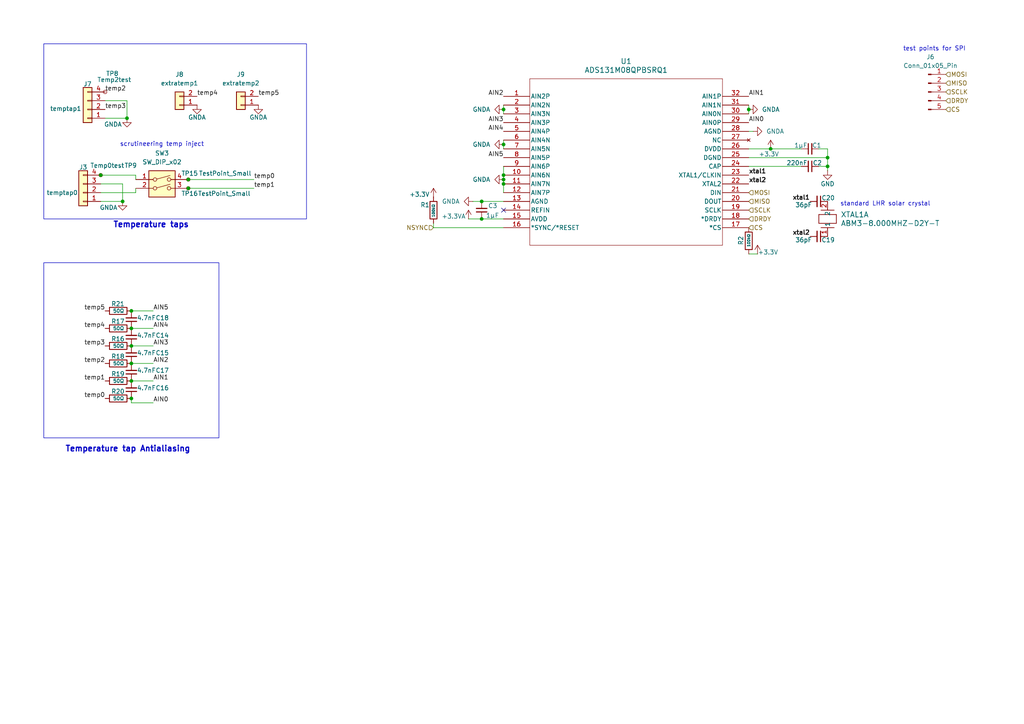
<source format=kicad_sch>
(kicad_sch (version 20231120) (generator "eeschema") (generator_version "8.0")
  (paper "A4")
  (lib_symbols
    (symbol "ABM3 - 8mhz:ABM3-8.000MHZ-D2Y-T" (pin_names (offset 0.254))
      (property "Reference" "XTAL" (at 5.08 4.445 0))
      (property "Value" "ABM3-8.000MHZ-D2Y-T" (at 5.08 -4.445 0))
      (symbol "ABM3-8.000MHZ-D2Y-T_1_1"
        (polyline (pts (xy 2.54 -1.905) (xy 2.54 1.905)) (stroke (width 0.2032)))
        (polyline (pts (xy 3.81 -2.54) (xy 3.81 2.54)) (stroke (width 0.2032)))
        (polyline (pts (xy 3.81 2.54) (xy 6.35 2.54)) (stroke (width 0.2032)))
        (polyline (pts (xy 6.35 -2.54) (xy 3.81 -2.54)) (stroke (width 0.2032)))
        (polyline (pts (xy 6.35 2.54) (xy 6.35 -2.54)) (stroke (width 0.2032)))
        (polyline (pts (xy 7.62 -1.905) (xy 7.62 1.905)) (stroke (width 0.2032)))
        (pin unspecified line (at 0 0 0) (length 2.54) (name "1") (number "1"))
        (pin unspecified line (at 10.16 0 180) (length 2.54) (name "2") (number "2"))
      )
      (symbol "ABM3-8.000MHZ-D2Y-T_1_2"
        (polyline (pts (xy -2.54 3.81) (xy -2.54 6.35)) (stroke (width 0.2032)))
        (polyline (pts (xy -2.54 6.35) (xy 2.54 6.35)) (stroke (width 0.2032)))
        (polyline (pts (xy 1.905 2.54) (xy -1.905 2.54)) (stroke (width 0.2032)))
        (polyline (pts (xy 1.905 7.62) (xy -1.905 7.62)) (stroke (width 0.2032)))
        (polyline (pts (xy 2.54 3.81) (xy -2.54 3.81)) (stroke (width 0.2032)))
        (polyline (pts (xy 2.54 6.35) (xy 2.54 3.81)) (stroke (width 0.2032)))
        (pin unspecified line (at 0 0 90) (length 2.54) (name "1") (number "1"))
        (pin unspecified line (at 0 10.16 270) (length 2.54) (name "2") (number "2"))
      )
      (symbol "ABM3-8.000MHZ-D2Y-T_2_1"
        (polyline (pts (xy -2.54 3.81) (xy -2.54 6.35)) (stroke (width 0.2032)))
        (polyline (pts (xy -2.54 6.35) (xy 2.54 6.35)) (stroke (width 0.2032)))
        (polyline (pts (xy 1.905 2.54) (xy -1.905 2.54)) (stroke (width 0.2032)))
        (polyline (pts (xy 1.905 7.62) (xy -1.905 7.62)) (stroke (width 0.2032)))
        (polyline (pts (xy 2.54 3.81) (xy -2.54 3.81)) (stroke (width 0.2032)))
        (polyline (pts (xy 2.54 6.35) (xy 2.54 3.81)) (stroke (width 0.2032)))
      )
      (symbol "ABM3-8.000MHZ-D2Y-T_2_2"
        (polyline (pts (xy -2.54 3.81) (xy -2.54 6.35)) (stroke (width 0.2032)))
        (polyline (pts (xy -2.54 6.35) (xy 2.54 6.35)) (stroke (width 0.2032)))
        (polyline (pts (xy 1.905 2.54) (xy -1.905 2.54)) (stroke (width 0.2032)))
        (polyline (pts (xy 1.905 7.62) (xy -1.905 7.62)) (stroke (width 0.2032)))
        (polyline (pts (xy 2.54 3.81) (xy -2.54 3.81)) (stroke (width 0.2032)))
        (polyline (pts (xy 2.54 6.35) (xy 2.54 3.81)) (stroke (width 0.2032)))
      )
    )
    (symbol "ADS131M08Q:ADS131M08QPBSRQ1" (pin_names (offset 0.254))
      (property "Reference" "U1" (at 35.56 10.16 0))
      (property "Value" "ADS131M08QPBSRQ1" (at 35.56 7.62 0))
      (symbol "ADS131M08QPBSRQ1_0_1"
        (polyline (pts (xy 7.62 -43.18) (xy 63.5 -43.18)) (stroke (width 0.127)))
        (polyline (pts (xy 7.62 5.08) (xy 7.62 -43.18)) (stroke (width 0.127)))
        (polyline (pts (xy 63.5 -43.18) (xy 63.5 5.08)) (stroke (width 0.127)))
        (polyline (pts (xy 63.5 5.08) (xy 7.62 5.08)) (stroke (width 0.127)))
        (pin input line (at 0 0 0) (length 7.62) (name "AIN2P") (number "1"))
        (pin input line (at 0 -22.86 0) (length 7.62) (name "AIN6N") (number "10"))
        (pin input line (at 0 -25.4 0) (length 7.62) (name "AIN7N") (number "11"))
        (pin input line (at 0 -27.94 0) (length 7.62) (name "AIN7P") (number "12"))
        (pin power_in line (at 0 -30.48 0) (length 7.62) (name "AGND") (number "13"))
        (pin power_in line (at 0 -33.02 0) (length 7.62) (name "REFIN") (number "14"))
        (pin power_in line (at 0 -35.56 0) (length 7.62) (name "AVDD") (number "15"))
        (pin input line (at 0 -38.1 0) (length 7.62) (name "*SYNC/*RESET") (number "16"))
        (pin input line (at 71.12 -38.1 180) (length 7.62) (name "*CS") (number "17"))
        (pin output line (at 71.12 -35.56 180) (length 7.62) (name "*DRDY") (number "18"))
        (pin input line (at 71.12 -33.02 180) (length 7.62) (name "SCLK") (number "19"))
        (pin input line (at 0 -2.54 0) (length 7.62) (name "AIN2N") (number "2"))
        (pin output line (at 71.12 -30.48 180) (length 7.62) (name "DOUT") (number "20"))
        (pin input line (at 71.12 -27.94 180) (length 7.62) (name "DIN") (number "21"))
        (pin output line (at 71.12 -25.4 180) (length 7.62) (name "XTAL2") (number "22"))
        (pin input line (at 71.12 -22.86 180) (length 7.62) (name "XTAL1/CLKIN") (number "23"))
        (pin output line (at 71.12 -20.32 180) (length 7.62) (name "CAP") (number "24"))
        (pin power_in line (at 71.12 -17.78 180) (length 7.62) (name "DGND") (number "25"))
        (pin power_in line (at 71.12 -15.24 180) (length 7.62) (name "DVDD") (number "26"))
        (pin no_connect line (at 71.12 -12.7 180) (length 7.62) (name "NC") (number "27"))
        (pin power_out line (at 71.12 -10.16 180) (length 7.62) (name "AGND") (number "28"))
        (pin input line (at 71.12 -7.62 180) (length 7.62) (name "AIN0P") (number "29"))
        (pin input line (at 0 -5.08 0) (length 7.62) (name "AIN3N") (number "3"))
        (pin input line (at 71.12 -5.08 180) (length 7.62) (name "AIN0N") (number "30"))
        (pin input line (at 71.12 -2.54 180) (length 7.62) (name "AIN1N") (number "31"))
        (pin input line (at 71.12 0 180) (length 7.62) (name "AIN1P") (number "32"))
        (pin input line (at 0 -7.62 0) (length 7.62) (name "AIN3P") (number "4"))
        (pin input line (at 0 -10.16 0) (length 7.62) (name "AIN4P") (number "5"))
        (pin input line (at 0 -12.7 0) (length 7.62) (name "AIN4N") (number "6"))
        (pin input line (at 0 -15.24 0) (length 7.62) (name "AIN5N") (number "7"))
        (pin input line (at 0 -17.78 0) (length 7.62) (name "AIN5P") (number "8"))
        (pin input line (at 0 -20.32 0) (length 7.62) (name "AIN6P") (number "9"))
      )
    )
    (symbol "Connector:Conn_01x05_Pin" (pin_names (offset 1.016) hide)
      (property "Reference" "J" (at 0 7.62 0))
      (property "Value" "Conn_01x05_Pin" (at 0 -7.62 0))
      (symbol "Conn_01x05_Pin_1_1"
        (polyline (pts (xy 1.27 -5.08) (xy 0.8636 -5.08)) (stroke (width 0.1524)))
        (polyline (pts (xy 1.27 -2.54) (xy 0.8636 -2.54)) (stroke (width 0.1524)))
        (polyline (pts (xy 1.27 0) (xy 0.8636 0)) (stroke (width 0.1524)))
        (polyline (pts (xy 1.27 2.54) (xy 0.8636 2.54)) (stroke (width 0.1524)))
        (polyline (pts (xy 1.27 5.08) (xy 0.8636 5.08)) (stroke (width 0.1524)))
        (rectangle (start 0.8636 -4.953) (end 0 -5.207) (stroke (width 0.1524)) (fill (type outline)))
        (rectangle (start 0.8636 -2.413) (end 0 -2.667) (stroke (width 0.1524)) (fill (type outline)))
        (rectangle (start 0.8636 0.127) (end 0 -0.127) (stroke (width 0.1524)) (fill (type outline)))
        (rectangle (start 0.8636 2.667) (end 0 2.413) (stroke (width 0.1524)) (fill (type outline)))
        (rectangle (start 0.8636 5.207) (end 0 4.953) (stroke (width 0.1524)) (fill (type outline)))
        (pin passive line (at 5.08 5.08 180) (length 3.81) (name "Pin_1") (number "1"))
        (pin passive line (at 5.08 2.54 180) (length 3.81) (name "Pin_2") (number "2"))
        (pin passive line (at 5.08 0 180) (length 3.81) (name "Pin_3") (number "3"))
        (pin passive line (at 5.08 -2.54 180) (length 3.81) (name "Pin_4") (number "4"))
        (pin passive line (at 5.08 -5.08 180) (length 3.81) (name "Pin_5") (number "5"))
      )
    )
    (symbol "Connector:TestPoint_Small" (pin_numbers hide) (pin_names (offset 0.762) hide)
      (property "Reference" "TP" (at 0 3.81 0))
      (property "Value" "TestPoint_Small" (at 0 2.032 0))
      (symbol "TestPoint_Small_0_1"
        (circle (center 0 0) (radius 0.508))
      )
      (symbol "TestPoint_Small_1_1"
        (pin passive line (at 0 0 90) (length 0) (name "1") (number "1"))
      )
    )
    (symbol "Connector_Generic:Conn_01x02" (pin_names (offset 1.016) hide)
      (property "Reference" "J" (at 0 2.54 0))
      (property "Value" "Conn_01x02" (at 0 -5.08 0))
      (symbol "Conn_01x02_1_1"
        (rectangle (start -1.27 -2.413) (end 0 -2.667) (stroke (width 0.1524)))
        (rectangle (start -1.27 0.127) (end 0 -0.127) (stroke (width 0.1524)))
        (rectangle (start -1.27 1.27) (end 1.27 -3.81) (stroke (width 0.254)) (fill (type background)))
        (pin passive line (at -5.08 0 0) (length 3.81) (name "Pin_1") (number "1"))
        (pin passive line (at -5.08 -2.54 0) (length 3.81) (name "Pin_2") (number "2"))
      )
    )
    (symbol "Connector_Generic:Conn_01x04" (pin_names (offset 1.016) hide)
      (property "Reference" "J" (at 0 5.08 0))
      (property "Value" "Conn_01x04" (at 0 -7.62 0))
      (symbol "Conn_01x04_1_1"
        (rectangle (start -1.27 -4.953) (end 0 -5.207) (stroke (width 0.1524)))
        (rectangle (start -1.27 -2.413) (end 0 -2.667) (stroke (width 0.1524)))
        (rectangle (start -1.27 0.127) (end 0 -0.127) (stroke (width 0.1524)))
        (rectangle (start -1.27 2.667) (end 0 2.413) (stroke (width 0.1524)))
        (rectangle (start -1.27 3.81) (end 1.27 -6.35) (stroke (width 0.254)) (fill (type background)))
        (pin passive line (at -5.08 2.54 0) (length 3.81) (name "Pin_1") (number "1"))
        (pin passive line (at -5.08 0 0) (length 3.81) (name "Pin_2") (number "2"))
        (pin passive line (at -5.08 -2.54 0) (length 3.81) (name "Pin_3") (number "3"))
        (pin passive line (at -5.08 -5.08 0) (length 3.81) (name "Pin_4") (number "4"))
      )
    )
    (symbol "Device:C_Small" (pin_numbers hide) (pin_names (offset 0.254) hide)
      (property "Reference" "C" (at 0.254 1.778 0))
      (property "Value" "C_Small" (at 0.254 -2.032 0))
      (symbol "C_Small_0_1"
        (polyline (pts (xy -1.524 -0.508) (xy 1.524 -0.508)) (stroke (width 0.3302)))
        (polyline (pts (xy -1.524 0.508) (xy 1.524 0.508)) (stroke (width 0.3048)))
      )
      (symbol "C_Small_1_1"
        (pin passive line (at 0 2.54 270) (length 2.032) (name "~") (number "1"))
        (pin passive line (at 0 -2.54 90) (length 2.032) (name "~") (number "2"))
      )
    )
    (symbol "Device:R" (pin_numbers hide) (pin_names (offset 0))
      (property "Reference" "R" (at 2.032 0 90))
      (property "Value" "R" (at 0 0 90))
      (symbol "R_0_1"
        (rectangle (start -1.016 -2.54) (end 1.016 2.54) (stroke (width 0.254)))
      )
      (symbol "R_1_1"
        (pin passive line (at 0 3.81 270) (length 1.27) (name "~") (number "1"))
        (pin passive line (at 0 -3.81 90) (length 1.27) (name "~") (number "2"))
      )
    )
    (symbol "Switch:SW_DIP_x02" (pin_names (offset 0) hide)
      (property "Reference" "SW" (at 0 6.35 0))
      (property "Value" "SW_DIP_x02" (at 0 -3.81 0))
      (symbol "SW_DIP_x02_0_0"
        (circle (center -2.032 0) (radius 0.508))
        (circle (center -2.032 2.54) (radius 0.508))
        (polyline (pts (xy -1.524 0.127) (xy 2.3622 1.1684)))
        (polyline (pts (xy -1.524 2.667) (xy 2.3622 3.7084)))
        (circle (center 2.032 0) (radius 0.508))
        (circle (center 2.032 2.54) (radius 0.508))
      )
      (symbol "SW_DIP_x02_0_1"
        (rectangle (start -3.81 5.08) (end 3.81 -2.54) (stroke (width 0.254)) (fill (type background)))
      )
      (symbol "SW_DIP_x02_1_1"
        (pin passive line (at -7.62 2.54 0) (length 5.08) (name "~") (number "1"))
        (pin passive line (at -7.62 0 0) (length 5.08) (name "~") (number "2"))
        (pin passive line (at 7.62 0 180) (length 5.08) (name "~") (number "3"))
        (pin passive line (at 7.62 2.54 180) (length 5.08) (name "~") (number "4"))
      )
    )
    (symbol "power:+3.3V" (power) (pin_numbers hide) (pin_names (offset 0) hide)
      (property "Value" "+3.3V" (at 0 3.556 0))
      (symbol "+3.3V_0_1"
        (polyline (pts (xy -0.762 1.27) (xy 0 2.54)))
        (polyline (pts (xy 0 0) (xy 0 2.54)))
        (polyline (pts (xy 0 2.54) (xy 0.762 1.27)))
      )
      (symbol "+3.3V_1_1"
        (pin power_in line (at 0 0 90) (length 0) (name "~") (number "1"))
      )
    )
    (symbol "power:+3.3VA" (power) (pin_numbers hide) (pin_names (offset 0) hide)
      (property "Value" "+3.3VA" (at 0 3.556 0))
      (symbol "+3.3VA_0_1"
        (polyline (pts (xy -0.762 1.27) (xy 0 2.54)))
        (polyline (pts (xy 0 0) (xy 0 2.54)))
        (polyline (pts (xy 0 2.54) (xy 0.762 1.27)))
      )
      (symbol "+3.3VA_1_1"
        (pin power_in line (at 0 0 90) (length 0) (name "~") (number "1"))
      )
    )
    (symbol "power:GND" (power) (pin_numbers hide) (pin_names (offset 0) hide)
      (property "Value" "GND" (at 0 -3.81 0))
      (symbol "GND_0_1"
        (polyline (pts (xy 0 0) (xy 0 -1.27) (xy 1.27 -1.27) (xy 0 -2.54) (xy -1.27 -1.27) (xy 0 -1.27)))
      )
      (symbol "GND_1_1"
        (pin power_in line (at 0 0 270) (length 0) (name "~") (number "1"))
      )
    )
    (symbol "power:GNDA" (power) (pin_numbers hide) (pin_names (offset 0) hide)
      (property "Value" "GNDA" (at 0 -3.81 0))
      (symbol "GNDA_0_1"
        (polyline (pts (xy 0 0) (xy 0 -1.27) (xy 1.27 -1.27) (xy 0 -2.54) (xy -1.27 -1.27) (xy 0 -1.27)))
      )
      (symbol "GNDA_1_1"
        (pin power_in line (at 0 0 270) (length 0) (name "~") (number "1"))
      )
    )
  )
  (junction (at 139.7 63.5))
  (junction (at 54.61 54.61))
  (junction (at 29.21 50.8))
  (junction (at 240.03 45.72))
  (junction (at 217.17 31.75))
  (junction (at 139.7 58.42))
  (junction (at 146.05 31.75))
  (junction (at 54.61 52.07))
  (junction (at 146.05 52.07))
  (junction (at 146.05 50.8))
  (junction (at 146.05 53.34))
  (junction (at 38.1 105.41))
  (junction (at 38.1 110.49))
  (junction (at 36.83 34.29))
  (junction (at 223.52 43.18))
  (junction (at 38.1 95.25))
  (junction (at 38.1 100.33))
  (junction (at 35.56 58.42))
  (junction (at 240.03 48.26))
  (junction (at 38.1 90.17))
  (junction (at 38.1 115.57))
  (junction (at 146.05 41.91))
  (no_connect (at 146.05 60.96))
  (wire (pts (xy 146.05 41.91) (xy 146.05 43.18)))
  (wire (pts (xy 240.03 48.26) (xy 240.03 45.72)))
  (wire (pts (xy 38.1 116.84) (xy 38.1 115.57)))
  (wire (pts (xy 44.45 90.17) (xy 38.1 90.17)))
  (wire (pts (xy 217.17 31.75) (xy 217.17 33.02)))
  (wire (pts (xy 146.05 53.34) (xy 146.05 55.88)))
  (wire (pts (xy 240.03 49.53) (xy 240.03 48.26)))
  (wire (pts (xy 146.05 40.64) (xy 146.05 41.91)))
  (wire (pts (xy 29.21 58.42) (xy 35.56 58.42)))
  (wire (pts (xy 232.41 48.26) (xy 217.17 48.26)))
  (wire (pts (xy 146.05 48.26) (xy 146.05 50.8)))
  (wire (pts (xy 223.52 43.18) (xy 232.41 43.18)))
  (wire (pts (xy 146.05 52.07) (xy 146.05 53.34)))
  (wire (pts (xy 36.83 34.29) (xy 36.83 29.21)))
  (wire (pts (xy 146.05 30.48) (xy 146.05 31.75)))
  (wire (pts (xy 237.49 48.26) (xy 240.03 48.26)))
  (wire (pts (xy 44.45 95.25) (xy 38.1 95.25)))
  (wire (pts (xy 217.17 43.18) (xy 223.52 43.18)))
  (wire (pts (xy 139.7 63.5) (xy 146.05 63.5)))
  (wire (pts (xy 39.37 55.88) (xy 39.37 54.61)))
  (wire (pts (xy 217.17 30.48) (xy 217.17 31.75)))
  (wire (pts (xy 44.45 110.49) (xy 38.1 110.49)))
  (wire (pts (xy 36.83 34.29) (xy 30.48 34.29)))
  (wire (pts (xy 44.45 105.41) (xy 38.1 105.41)))
  (wire (pts (xy 125.73 66.04) (xy 146.05 66.04)))
  (wire (pts (xy 36.83 29.21) (xy 30.48 29.21)))
  (wire (pts (xy 137.16 58.42) (xy 139.7 58.42)))
  (wire (pts (xy 240.03 43.18) (xy 237.49 43.18)))
  (wire (pts (xy 139.7 58.42) (xy 146.05 58.42)))
  (wire (pts (xy 35.56 53.34) (xy 35.56 58.42)))
  (wire (pts (xy 44.45 116.84) (xy 38.1 116.84)))
  (wire (pts (xy 29.21 53.34) (xy 35.56 53.34)))
  (wire (pts (xy 73.66 52.07) (xy 54.61 52.07)))
  (wire (pts (xy 240.03 45.72) (xy 240.03 43.18)))
  (wire (pts (xy 146.05 50.8) (xy 146.05 52.07)))
  (wire (pts (xy 125.73 64.77) (xy 125.73 66.04)))
  (wire (pts (xy 219.71 73.66) (xy 217.17 73.66)))
  (wire (pts (xy 39.37 50.8) (xy 29.21 50.8)))
  (wire (pts (xy 44.45 100.33) (xy 38.1 100.33)))
  (wire (pts (xy 146.05 31.75) (xy 146.05 33.02)))
  (wire (pts (xy 39.37 52.07) (xy 39.37 50.8)))
  (wire (pts (xy 217.17 45.72) (xy 240.03 45.72)))
  (wire (pts (xy 135.89 63.5) (xy 139.7 63.5)))
  (wire (pts (xy 218.44 38.1) (xy 217.17 38.1)))
  (wire (pts (xy 29.21 55.88) (xy 39.37 55.88)))
  (wire (pts (xy 73.66 54.61) (xy 54.61 54.61)))
  (rectangle (start 12.7 12.7) (end 88.9 63.5))
  (rectangle (start 12.7 76.2) (end 63.5 127))
  (text "Temperature tap Antialiasing\n" (at 37.084 130.302 0) (effects (font (size 1.651 1.651) (thickness 0.3302) (bold yes))))
  (text "Temperature taps " (at 44.45 65.278 0) (effects (font (size 1.651 1.651) (thickness 0.3302) (bold yes))))
  (text "standard LHR solar crystal" (at 256.794 59.182 0) (effects (font (size 1.27 1.27))))
  (text "test points for SPI\n" (at 271.018 14.224 0) (effects (font (size 1.27 1.27))))
  (text "scrutineering temp inject\n" (at 46.99 41.91 0) (effects (font (size 1.27 1.27))))
  (label "temp1" (at 73.66 54.61 0))
  (label "AIN1" (at 44.45 110.49 0))
  (label "AIN2" (at 44.45 105.41 0))
  (label "AIN3" (at 146.05 35.56 180))
  (label "temp3" (at 30.48 100.33 180))
  (label "AIN1" (at 217.17 27.94 0))
  (label "xtal2" (at 234.95 68.58 180) (effects (font (thickness 0.254) (bold yes))))
  (label "temp0" (at 30.48 115.57 180))
  (label "temp3" (at 30.48 31.75 0))
  (label "AIN0" (at 44.45 116.84 0))
  (label "temp5" (at 30.48 90.17 180))
  (label "AIN4" (at 44.45 95.25 0))
  (label "temp0" (at 73.66 52.07 0))
  (label "xtal2" (at 217.17 53.34 0) (effects (font (thickness 0.254) (bold yes))))
  (label "AIN2" (at 146.05 27.94 180))
  (label "AIN5" (at 44.45 90.17 0) (effects (font (thickness 0.1588))))
  (label "AIN4" (at 146.05 38.1 180))
  (label "temp4" (at 30.48 95.25 180))
  (label "temp5" (at 74.93 27.94 0))
  (label "AIN0" (at 217.17 35.56 0))
  (label "temp1" (at 30.48 110.49 180))
  (label "xtal1" (at 234.95 58.42 180) (effects (font (thickness 0.254) (bold yes))))
  (label "temp2" (at 30.48 26.67 0))
  (label "AIN3" (at 44.45 100.33 0))
  (label "temp4" (at 57.15 27.94 0))
  (label "xtal1" (at 217.17 50.8 0) (effects (font (thickness 0.254) (bold yes))))
  (label "temp2" (at 30.48 105.41 180))
  (label "AIN5" (at 146.05 45.72 180))
  (hierarchical_label "SCLK" (shape input) (at 274.32 26.67 0))
  (hierarchical_label "MOSI" (shape input) (at 217.17 55.88 0))
  (hierarchical_label "DRDY" (shape input) (at 274.32 29.21 0))
  (hierarchical_label "CS" (shape input) (at 274.32 31.75 0))
  (hierarchical_label "NSYNC" (shape input) (at 125.73 66.04 180))
  (hierarchical_label "MISO" (shape input) (at 274.32 24.13 0))
  (hierarchical_label "DRDY" (shape input) (at 217.17 63.5 0))
  (hierarchical_label "CS" (shape input) (at 217.17 66.04 0))
  (hierarchical_label "MOSI" (shape input) (at 274.32 21.59 0))
  (hierarchical_label "MISO" (shape input) (at 217.17 58.42 0))
  (hierarchical_label "SCLK" (shape input) (at 217.17 60.96 0))
  (symbol (lib_id "power:+3.3V") (at 125.73 57.15 0) (unit 1)
    (property "Reference" "#PWR010" (effects (hide yes)))
    (property "Value" "+3.3V" (at 121.666 56.388 0))
    (property "Description" "Power symbol creates a global label with name \"+3.3V\"" (effects (hide yes)))
  )
  (symbol (lib_id "power:GNDA") (at 36.83 34.29 0) (unit 1)
    (property "Reference" "#PWR042" (effects (hide yes)))
    (property "Value" "GNDA" (at 32.766 36.068 0))
    (property "Description" "Power symbol creates a global label with name \"GNDA\" , analog ground" (effects (hide yes)))
  )
  (symbol (lib_id "Device:C_Small") (at 38.1 97.79 180) (unit 1)
    (property "Reference" "C14" (at 49.022 97.282 0) (effects (justify left)))
    (property "Value" "4.7nF" (at 45.212 97.282 0) (effects (justify left)))
    (property "Footprint" "Capacitor_SMD:C_0805_2012Metric" (effects (hide yes)))
    (property "Description" "Unpolarized capacitor, small symbol" (effects (hide yes)))
  )
  (symbol (lib_id "Device:C_Small") (at 237.49 68.58 270) (unit 1)
    (property "Reference" "C19" (at 238.252 69.596 90) (effects (justify left)))
    (property "Value" "36pF" (at 230.632 69.596 90) (effects (justify left)))
    (property "Footprint" "Capacitor_SMD:C_0805_2012Metric" (effects (hide yes)))
    (property "Description" "Unpolarized capacitor, small symbol" (effects (hide yes)))
  )
  (symbol (lib_id "power:+3.3V") (at 223.52 43.18 0) (unit 1)
    (property "Reference" "#PWR03" (effects (hide yes)))
    (property "Value" "+3.3V" (at 223.012 44.704 0))
    (property "Description" "Power symbol creates a global label with name \"+3.3V\"" (effects (hide yes)))
  )
  (symbol (lib_id "Device:R") (at 125.73 60.96 0) (unit 1)
    (property "Reference" "R1" (at 121.92 59.436 0) (effects (justify left)))
    (property "Value" "100kΩ" (at 125.73 62.992 90) (effects (font (size 0.762 0.762)) (justify left)))
    (property "Footprint" "Resistor_SMD:R_0805_2012Metric" (effects (hide yes)))
    (property "Description" "Resistor" (effects (hide yes)))
  )
  (symbol (lib_id "Connector:Conn_01x05_Pin") (at 269.24 26.67 0) (unit 1)
    (property "Reference" "J6" (at 269.875 16.51 0))
    (property "Value" "Conn_01x05_Pin" (at 269.875 19.05 0))
    (property "Description" "Generic connector, single row, 01x05, script generated" (effects (hide yes)))
  )
  (symbol (lib_id "power:GNDA") (at 35.56 58.42 0) (unit 1)
    (property "Reference" "#PWR041" (effects (hide yes)))
    (property "Value" "GNDA" (at 31.496 60.198 0))
    (property "Description" "Power symbol creates a global label with name \"GNDA\" , analog ground" (effects (hide yes)))
  )
  (symbol (lib_id "Device:C_Small") (at 139.7 60.96 180) (unit 1)
    (property "Reference" "C3" (at 144.272 59.69 0) (effects (justify left)))
    (property "Value" "1μF" (at 144.78 62.484 0) (effects (justify left)))
    (property "Footprint" "Capacitor_SMD:C_0805_2012Metric" (effects (hide yes)))
    (property "Description" "Unpolarized capacitor, small symbol" (effects (hide yes)))
  )
  (symbol (lib_id "Device:C_Small") (at 38.1 92.71 180) (unit 1)
    (property "Reference" "C18" (at 49.022 92.202 0) (effects (justify left)))
    (property "Value" "4.7nF" (at 45.212 92.202 0) (effects (justify left)))
    (property "Footprint" "Capacitor_SMD:C_0805_2012Metric" (effects (hide yes)))
    (property "Description" "Unpolarized capacitor, small symbol" (effects (hide yes)))
  )
  (symbol (lib_id "Connector:TestPoint_Small") (at 29.21 50.8 0) (unit 1)
    (property "Reference" "TP9" (at 36.068 48.006 0) (effects (justify left)))
    (property "Value" "Temp0test" (at 26.162 48.006 0) (effects (justify left)))
    (property "Description" "test point" (effects (hide yes)))
  )
  (symbol (lib_id "Device:R") (at 34.29 115.57 270) (unit 1)
    (property "Reference" "R20" (at 32.258 113.538 90) (effects (justify left)))
    (property "Value" "50Ω" (at 32.766 115.57 90) (effects (font (size 1.016 1.016)) (justify left)))
    (property "Footprint" "Resistor_SMD:R_0805_2012Metric" (effects (hide yes)))
    (property "Description" "Resistor" (effects (hide yes)))
  )
  (symbol (lib_id "power:+3.3V") (at 219.71 73.66 0) (unit 1)
    (property "Reference" "#PWR011" (effects (hide yes)))
    (property "Value" "+3.3V" (at 222.758 73.152 0))
    (property "Description" "Power symbol creates a global label with name \"+3.3V\"" (effects (hide yes)))
  )
  (symbol (lib_id "Device:C_Small") (at 38.1 113.03 180) (unit 1)
    (property "Reference" "C16" (at 49.022 112.522 0) (effects (justify left)))
    (property "Value" "4.7nF" (at 45.212 112.522 0) (effects (justify left)))
    (property "Footprint" "Capacitor_SMD:C_0805_2012Metric" (effects (hide yes)))
    (property "Description" "Unpolarized capacitor, small symbol" (effects (hide yes)))
  )
  (symbol (lib_id "power:GNDA") (at 137.16 58.42 270) (unit 1)
    (property "Reference" "#PWR05" (effects (hide yes)))
    (property "Value" "GNDA" (at 133.35 58.4199 90) (effects (justify right)))
    (property "Description" "Power symbol creates a global label with name \"GNDA\" , analog ground" (effects (hide yes)))
  )
  (symbol (lib_id "Device:C_Small") (at 234.95 43.18 90) (unit 1)
    (property "Reference" "C1" (at 238.252 42.164 90) (effects (justify left)))
    (property "Value" "1μF" (at 234.188 42.164 90) (effects (justify left)))
    (property "Footprint" "Capacitor_SMD:C_0805_2012Metric" (effects (hide yes)))
    (property "Description" "Unpolarized capacitor, small symbol" (effects (hide yes)))
  )
  (symbol (lib_id "Connector_Generic:Conn_01x02") (at 52.07 30.48 180) (unit 1)
    (property "Reference" "J8" (at 52.07 21.59 0))
    (property "Value" "extratemp1" (at 52.07 24.13 0))
    (property "Footprint" "Connector_Molex:Molex_Nano-Fit_105313-xx02_1x02_P2.50mm_Horizontal" (effects (hide yes)))
    (property "Description" "Generic connector, single row, 01x02, script generated (kicad-library-utils/schlib/autogen/connector/)" (effects (hide yes)))
  )
  (symbol (lib_id "Connector_Generic:Conn_01x04") (at 24.13 55.88 180) (unit 1)
    (property "Reference" "J3" (at 24.13 48.514 0))
    (property "Value" "temptap0" (at 18.034 55.88 0))
    (property "Footprint" "Connector_Molex:Molex_Nano-Fit_105313-xx04_1x04_P2.50mm_Horizontal" (effects (hide yes)))
    (property "Description" "Generic connector, single row, 01x04, script generated (kicad-library-utils/schlib/autogen/connector/)" (effects (hide yes)))
  )
  (symbol (lib_id "power:GNDA") (at 74.93 30.48 0) (unit 1)
    (property "Reference" "#PWR044" (effects (hide yes)))
    (property "Value" "GNDA" (at 74.93 34.036 0))
    (property "Description" "Power symbol creates a global label with name \"GNDA\" , analog ground" (effects (hide yes)))
  )
  (symbol (lib_id "Switch:SW_DIP_x02") (at 46.99 54.61 0) (unit 1)
    (property "Reference" "SW3" (at 46.99 44.45 0))
    (property "Value" "SW_DIP_x02" (at 46.99 46.99 0))
    (property "Description" "2x DIP Switch, Single Pole Single Throw (SPST) switch, small symbol" (effects (hide yes)))
  )
  (symbol (lib_id "power:GNDA") (at 146.05 31.75 270) (unit 1)
    (property "Reference" "#PWR07" (effects (hide yes)))
    (property "Value" "GNDA" (at 142.24 31.7499 90) (effects (justify right)))
    (property "Description" "Power symbol creates a global label with name \"GNDA\" , analog ground" (effects (hide yes)))
  )
  (symbol (lib_id "ADS131M08Q:ADS131M08QPBSRQ1") (at 146.05 27.94 0) (unit 1)
    (property "Reference" "U1" (at 181.61 17.78 0) (effects (font (size 1.524 1.524))))
    (property "Value" "ADS131M08QPBSRQ1" (at 181.61 20.32 0) (effects (font (size 1.524 1.524))))
    (property "Footprint" "footprints:TQFP32_PBS_TEX" (effects (hide yes)))
    (property "Datasheet" "https://www.ti.com/lit/ds/symlink/ads131m08-q1.pdf?ts=1738977833542" (effects (hide yes)))
  )
  (symbol (lib_id "Connector_Generic:Conn_01x04") (at 25.4 31.75 180) (unit 1)
    (property "Reference" "J7" (at 25.4 24.384 0))
    (property "Value" "temptap1" (at 19.05 31.496 0))
    (property "Footprint" "Connector_Molex:Molex_Nano-Fit_105313-xx04_1x04_P2.50mm_Horizontal" (effects (hide yes)))
    (property "Description" "Generic connector, single row, 01x04, script generated (kicad-library-utils/schlib/autogen/connector/)" (effects (hide yes)))
  )
  (symbol (lib_id "Device:R") (at 34.29 100.33 270) (unit 1)
    (property "Reference" "R16" (at 32.258 98.298 90) (effects (justify left)))
    (property "Value" "50Ω" (at 32.766 100.33 90) (effects (font (size 1.016 1.016)) (justify left)))
    (property "Footprint" "Resistor_SMD:R_0805_2012Metric" (effects (hide yes)))
    (property "Description" "Resistor" (effects (hide yes)))
  )
  (symbol (lib_id "Device:C_Small") (at 237.49 58.42 270) (unit 1)
    (property "Reference" "C20" (at 238.252 57.404 90) (effects (justify left)))
    (property "Value" "36pF" (at 230.632 59.436 90) (effects (justify left)))
    (property "Footprint" "Capacitor_SMD:C_0805_2012Metric" (effects (hide yes)))
    (property "Description" "Unpolarized capacitor, small symbol" (effects (hide yes)))
  )
  (symbol (lib_id "power:GND") (at 240.03 49.53 0) (unit 1)
    (property "Reference" "#PWR02" (effects (hide yes)))
    (property "Value" "GND" (at 240.03 53.34 0))
    (property "Description" "Power symbol creates a global label with name \"GND\" , ground" (effects (hide yes)))
  )
  (symbol (lib_id "Device:C_Small") (at 38.1 107.95 180) (unit 1)
    (property "Reference" "C17" (at 49.022 107.442 0) (effects (justify left)))
    (property "Value" "4.7nF" (at 45.212 107.442 0) (effects (justify left)))
    (property "Footprint" "Capacitor_SMD:C_0805_2012Metric" (effects (hide yes)))
    (property "Description" "Unpolarized capacitor, small symbol" (effects (hide yes)))
  )
  (symbol (lib_id "power:GNDA") (at 57.15 30.48 0) (unit 1)
    (property "Reference" "#PWR043" (effects (hide yes)))
    (property "Value" "GNDA" (at 57.15 34.036 0))
    (property "Description" "Power symbol creates a global label with name \"GNDA\" , analog ground" (effects (hide yes)))
  )
  (symbol (lib_id "Device:R") (at 34.29 90.17 270) (unit 1)
    (property "Reference" "R21" (at 32.258 88.138 90) (effects (justify left)))
    (property "Value" "50Ω" (at 32.766 90.17 90) (effects (font (size 1.016 1.016)) (justify left)))
    (property "Footprint" "Resistor_SMD:R_0805_2012Metric" (effects (hide yes)))
    (property "Description" "Resistor" (effects (hide yes)))
  )
  (symbol (lib_id "power:GNDA") (at 146.05 52.07 270) (unit 1)
    (property "Reference" "#PWR04" (effects (hide yes)))
    (property "Value" "GNDA" (at 142.24 52.0699 90) (effects (justify right)))
    (property "Description" "Power symbol creates a global label with name \"GNDA\" , analog ground" (effects (hide yes)))
  )
  (symbol (lib_id "Device:R") (at 34.29 105.41 270) (unit 1)
    (property "Reference" "R18" (at 32.258 103.378 90) (effects (justify left)))
    (property "Value" "50Ω" (at 32.766 105.41 90) (effects (font (size 1.016 1.016)) (justify left)))
    (property "Footprint" "Resistor_SMD:R_0805_2012Metric" (effects (hide yes)))
    (property "Description" "Resistor" (effects (hide yes)))
  )
  (symbol (lib_id "Device:C_Small") (at 38.1 102.87 180) (unit 1)
    (property "Reference" "C15" (at 49.022 102.362 0) (effects (justify left)))
    (property "Value" "4.7nF" (at 45.212 102.362 0) (effects (justify left)))
    (property "Footprint" "Capacitor_SMD:C_0805_2012Metric" (effects (hide yes)))
    (property "Description" "Unpolarized capacitor, small symbol" (effects (hide yes)))
  )
  (symbol (lib_id "Device:R") (at 217.17 69.85 0) (unit 1)
    (property "Reference" "R2" (at 214.884 71.12 90) (effects (justify left)))
    (property "Value" "100kΩ" (at 217.17 71.628 90) (effects (font (size 0.762 0.762)) (justify left)))
    (property "Footprint" "Resistor_SMD:R_0805_2012Metric" (effects (hide yes)))
    (property "Description" "Resistor" (effects (hide yes)))
  )
  (symbol (lib_id "ABM3 - 8mhz:ABM3-8.000MHZ-D2Y-T") (at 240.03 68.58 90) (unit 1)
    (property "Reference" "XTAL1" (at 243.84 62.2299 90) (effects (font (size 1.524 1.524)) (justify right)))
    (property "Value" "ABM3-8.000MHZ-D2Y-T" (at 243.84 64.7699 90) (effects (font (size 1.524 1.524)) (justify right)))
    (property "Footprint" "footprints:XTAL_ABM3-8.000MHZ-D2Y-T_ABR" (effects (hide yes)))
    (property "Datasheet" "ABM3-8.000MHZ-D2Y-T" (effects (hide yes)))
  )
  (symbol (lib_id "Device:C_Small") (at 234.95 48.26 270) (unit 1)
    (property "Reference" "C2" (at 235.712 47.244 90) (effects (justify left)))
    (property "Value" "220nF" (at 228.092 47.244 90) (effects (justify left)))
    (property "Footprint" "Capacitor_SMD:C_0805_2012Metric" (effects (hide yes)))
    (property "Description" "Unpolarized capacitor, small symbol" (effects (hide yes)))
  )
  (symbol (lib_id "Device:R") (at 34.29 110.49 270) (unit 1)
    (property "Reference" "R19" (at 32.258 108.458 90) (effects (justify left)))
    (property "Value" "50Ω" (at 32.766 110.49 90) (effects (font (size 1.016 1.016)) (justify left)))
    (property "Footprint" "Resistor_SMD:R_0805_2012Metric" (effects (hide yes)))
    (property "Description" "Resistor" (effects (hide yes)))
  )
  (symbol (lib_id "Connector:TestPoint_Small") (at 30.48 26.67 0) (unit 1)
    (property "Reference" "TP8" (at 30.734 21.336 0) (effects (justify left)))
    (property "Value" "Temp2test" (at 28.194 23.114 0) (effects (justify left)))
    (property "Description" "test point" (effects (hide yes)))
  )
  (symbol (lib_id "Device:R") (at 34.29 95.25 270) (unit 1)
    (property "Reference" "R17" (at 32.258 93.218 90) (effects (justify left)))
    (property "Value" "50Ω" (at 32.766 95.25 90) (effects (font (size 1.016 1.016)) (justify left)))
    (property "Footprint" "Resistor_SMD:R_0805_2012Metric" (effects (hide yes)))
    (property "Description" "Resistor" (effects (hide yes)))
  )
  (symbol (lib_id "power:GNDA") (at 218.44 38.1 90) (unit 1)
    (property "Reference" "#PWR01" (effects (hide yes)))
    (property "Value" "GNDA" (at 222.25 38.0999 90) (effects (justify right)))
    (property "Description" "Power symbol creates a global label with name \"GNDA\" , analog ground" (effects (hide yes)))
  )
  (symbol (lib_id "power:+3.3VA") (at 135.89 63.5 0) (unit 1)
    (property "Reference" "#PWR09" (effects (hide yes)))
    (property "Value" "+3.3VA" (at 131.572 62.738 0))
    (property "Description" "Power symbol creates a global label with name \"+3.3VA\"" (effects (hide yes)))
  )
  (symbol (lib_id "Connector:TestPoint_Small") (at 54.61 52.07 0) (unit 1)
    (property "Reference" "TP15" (at 52.578 50.292 0) (effects (justify left)))
    (property "Value" "TestPoint_Small" (at 57.658 50.292 0) (effects (justify left)))
    (property "Description" "test point" (effects (hide yes)))
  )
  (symbol (lib_id "Connector_Generic:Conn_01x02") (at 69.85 30.48 180) (unit 1)
    (property "Reference" "J9" (at 69.85 21.59 0))
    (property "Value" "extratemp2" (at 69.85 24.13 0))
    (property "Footprint" "Connector_Molex:Molex_Nano-Fit_105313-xx02_1x02_P2.50mm_Horizontal" (effects (hide yes)))
    (property "Description" "Generic connector, single row, 01x02, script generated (kicad-library-utils/schlib/autogen/connector/)" (effects (hide yes)))
  )
  (symbol (lib_id "power:GNDA") (at 146.05 41.91 270) (unit 1)
    (property "Reference" "#PWR06" (effects (hide yes)))
    (property "Value" "GNDA" (at 142.24 41.9099 90) (effects (justify right)))
    (property "Description" "Power symbol creates a global label with name \"GNDA\" , analog ground" (effects (hide yes)))
  )
  (symbol (lib_id "Connector:TestPoint_Small") (at 54.61 54.61 0) (unit 1)
    (property "Reference" "TP16" (at 52.578 56.134 0) (effects (justify left)))
    (property "Value" "TestPoint_Small" (at 57.404 56.134 0) (effects (justify left)))
    (property "Description" "test point" (effects (hide yes)))
  )
  (symbol (lib_id "power:GNDA") (at 217.17 31.75 90) (unit 1)
    (property "Reference" "#PWR08" (effects (hide yes)))
    (property "Value" "GNDA" (at 220.98 31.7499 90) (effects (justify right)))
    (property "Description" "Power symbol creates a global label with name \"GNDA\" , analog ground" (effects (hide yes)))
  )
)
</source>
